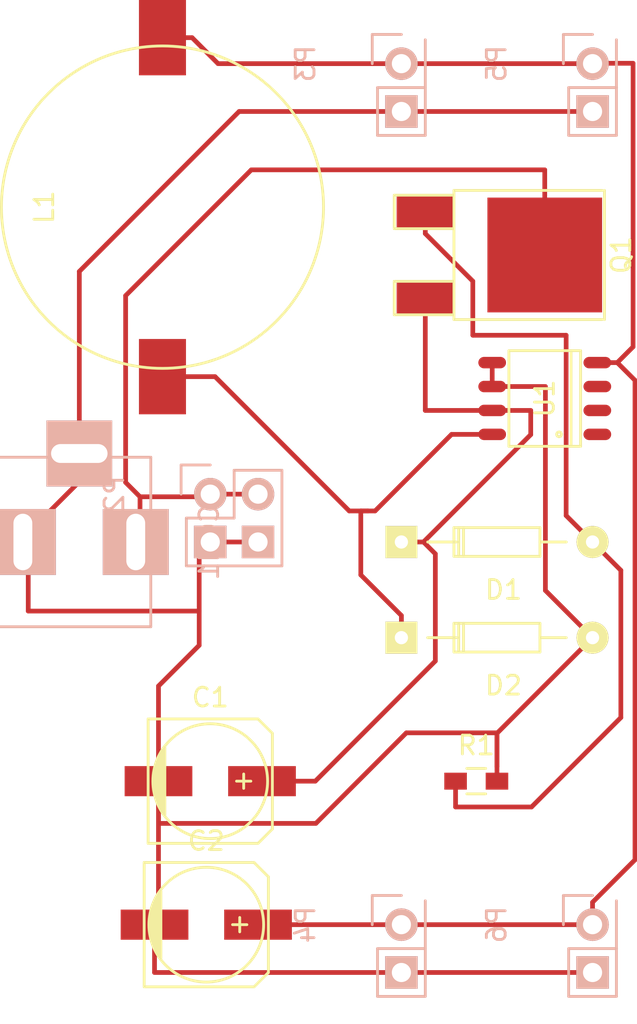
<source format=kicad_pcb>
(kicad_pcb (version 4) (host pcbnew 4.0.2+dfsg1-stable)

  (general
    (links 26)
    (no_connects 0)
    (area 81.124379 58.391666 121.960504 114.64)
    (thickness 1.6)
    (drawings 0)
    (tracks 108)
    (zones 0)
    (modules 14)
    (nets 10)
  )

  (page A4)
  (layers
    (0 F.Cu signal)
    (31 B.Cu signal hide)
    (32 B.Adhes user)
    (33 F.Adhes user)
    (34 B.Paste user)
    (35 F.Paste user)
    (36 B.SilkS user)
    (37 F.SilkS user)
    (38 B.Mask user)
    (39 F.Mask user)
    (40 Dwgs.User user)
    (41 Cmts.User user)
    (42 Eco1.User user)
    (43 Eco2.User user)
    (44 Edge.Cuts user)
    (45 Margin user)
    (46 B.CrtYd user)
    (47 F.CrtYd user)
    (48 B.Fab user)
    (49 F.Fab user)
  )

  (setup
    (last_trace_width 0.25)
    (trace_clearance 0.2)
    (zone_clearance 0.508)
    (zone_45_only no)
    (trace_min 0.2)
    (segment_width 0.2)
    (edge_width 0.15)
    (via_size 0.6)
    (via_drill 0.4)
    (via_min_size 0.4)
    (via_min_drill 0.3)
    (uvia_size 0.3)
    (uvia_drill 0.1)
    (uvias_allowed no)
    (uvia_min_size 0.2)
    (uvia_min_drill 0.1)
    (pcb_text_width 0.3)
    (pcb_text_size 1.5 1.5)
    (mod_edge_width 0.15)
    (mod_text_size 1 1)
    (mod_text_width 0.15)
    (pad_size 6.096 6.096)
    (pad_drill 0)
    (pad_to_mask_clearance 0.2)
    (aux_axis_origin 0 0)
    (visible_elements FFFFFF7F)
    (pcbplotparams
      (layerselection 0x00030_80000001)
      (usegerberextensions false)
      (excludeedgelayer true)
      (linewidth 0.100000)
      (plotframeref false)
      (viasonmask false)
      (mode 1)
      (useauxorigin false)
      (hpglpennumber 1)
      (hpglpenspeed 20)
      (hpglpendiameter 15)
      (hpglpenoverlay 2)
      (psnegative false)
      (psa4output false)
      (plotreference true)
      (plotvalue true)
      (plotinvisibletext false)
      (padsonsilk false)
      (subtractmaskfromsilk false)
      (outputformat 1)
      (mirror false)
      (drillshape 1)
      (scaleselection 1)
      (outputdirectory ""))
  )

  (net 0 "")
  (net 1 "Net-(C1-Pad1)")
  (net 2 GND)
  (net 3 "Net-(C2-Pad1)")
  (net 4 "Net-(D1-Pad2)")
  (net 5 "Net-(D2-Pad1)")
  (net 6 VCC)
  (net 7 "Net-(U1-Pad1)")
  (net 8 "Net-(U1-Pad2)")
  (net 9 "Net-(U1-Pad3)")

  (net_class Default "This is the default net class."
    (clearance 0.2)
    (trace_width 0.25)
    (via_dia 0.6)
    (via_drill 0.4)
    (uvia_dia 0.3)
    (uvia_drill 0.1)
    (add_net GND)
    (add_net "Net-(C1-Pad1)")
    (add_net "Net-(C2-Pad1)")
    (add_net "Net-(D1-Pad2)")
    (add_net "Net-(D2-Pad1)")
    (add_net "Net-(U1-Pad1)")
    (add_net "Net-(U1-Pad2)")
    (add_net "Net-(U1-Pad3)")
    (add_net VCC)
  )

  (module Capacitors_SMD:c_elec_6.3x5.3 (layer F.Cu) (tedit 55725E31) (tstamp 5AA1E130)
    (at 99.06 101.6)
    (descr "SMT capacitor, aluminium electrolytic, 6.3x5.3")
    (path /5AA2005A)
    (attr smd)
    (fp_text reference C1 (at 0 -4.445) (layer F.SilkS)
      (effects (font (size 1 1) (thickness 0.15)))
    )
    (fp_text value "100 µF" (at 0 4.445) (layer F.Fab)
      (effects (font (size 1 1) (thickness 0.15)))
    )
    (fp_line (start -4.85 -3.65) (end 4.85 -3.65) (layer F.CrtYd) (width 0.05))
    (fp_line (start 4.85 -3.65) (end 4.85 3.65) (layer F.CrtYd) (width 0.05))
    (fp_line (start 4.85 3.65) (end -4.85 3.65) (layer F.CrtYd) (width 0.05))
    (fp_line (start -4.85 3.65) (end -4.85 -3.65) (layer F.CrtYd) (width 0.05))
    (fp_line (start -2.921 -0.762) (end -2.921 0.762) (layer F.SilkS) (width 0.15))
    (fp_line (start -2.794 1.143) (end -2.794 -1.143) (layer F.SilkS) (width 0.15))
    (fp_line (start -2.667 -1.397) (end -2.667 1.397) (layer F.SilkS) (width 0.15))
    (fp_line (start -2.54 1.651) (end -2.54 -1.651) (layer F.SilkS) (width 0.15))
    (fp_line (start -2.413 -1.778) (end -2.413 1.778) (layer F.SilkS) (width 0.15))
    (fp_line (start -3.302 -3.302) (end -3.302 3.302) (layer F.SilkS) (width 0.15))
    (fp_line (start -3.302 3.302) (end 2.54 3.302) (layer F.SilkS) (width 0.15))
    (fp_line (start 2.54 3.302) (end 3.302 2.54) (layer F.SilkS) (width 0.15))
    (fp_line (start 3.302 2.54) (end 3.302 -2.54) (layer F.SilkS) (width 0.15))
    (fp_line (start 3.302 -2.54) (end 2.54 -3.302) (layer F.SilkS) (width 0.15))
    (fp_line (start 2.54 -3.302) (end -3.302 -3.302) (layer F.SilkS) (width 0.15))
    (fp_line (start 2.159 0) (end 1.397 0) (layer F.SilkS) (width 0.15))
    (fp_line (start 1.778 -0.381) (end 1.778 0.381) (layer F.SilkS) (width 0.15))
    (fp_circle (center 0 0) (end -3.048 0) (layer F.SilkS) (width 0.15))
    (pad 1 smd rect (at 2.75082 0) (size 3.59918 1.6002) (layers F.Cu F.Paste F.Mask)
      (net 1 "Net-(C1-Pad1)"))
    (pad 2 smd rect (at -2.75082 0) (size 3.59918 1.6002) (layers F.Cu F.Paste F.Mask)
      (net 2 GND))
    (model Capacitors_SMD.3dshapes/c_elec_6.3x5.3.wrl
      (at (xyz 0 0 0))
      (scale (xyz 1 1 1))
      (rotate (xyz 0 0 0))
    )
  )

  (module Capacitors_SMD:c_elec_6.3x5.3 (layer F.Cu) (tedit 55725E31) (tstamp 5AA1E148)
    (at 98.8492 109.22)
    (descr "SMT capacitor, aluminium electrolytic, 6.3x5.3")
    (path /5AA200EB)
    (attr smd)
    (fp_text reference C2 (at 0 -4.445) (layer F.SilkS)
      (effects (font (size 1 1) (thickness 0.15)))
    )
    (fp_text value "100 µF" (at 0 4.445) (layer F.Fab)
      (effects (font (size 1 1) (thickness 0.15)))
    )
    (fp_line (start -4.85 -3.65) (end 4.85 -3.65) (layer F.CrtYd) (width 0.05))
    (fp_line (start 4.85 -3.65) (end 4.85 3.65) (layer F.CrtYd) (width 0.05))
    (fp_line (start 4.85 3.65) (end -4.85 3.65) (layer F.CrtYd) (width 0.05))
    (fp_line (start -4.85 3.65) (end -4.85 -3.65) (layer F.CrtYd) (width 0.05))
    (fp_line (start -2.921 -0.762) (end -2.921 0.762) (layer F.SilkS) (width 0.15))
    (fp_line (start -2.794 1.143) (end -2.794 -1.143) (layer F.SilkS) (width 0.15))
    (fp_line (start -2.667 -1.397) (end -2.667 1.397) (layer F.SilkS) (width 0.15))
    (fp_line (start -2.54 1.651) (end -2.54 -1.651) (layer F.SilkS) (width 0.15))
    (fp_line (start -2.413 -1.778) (end -2.413 1.778) (layer F.SilkS) (width 0.15))
    (fp_line (start -3.302 -3.302) (end -3.302 3.302) (layer F.SilkS) (width 0.15))
    (fp_line (start -3.302 3.302) (end 2.54 3.302) (layer F.SilkS) (width 0.15))
    (fp_line (start 2.54 3.302) (end 3.302 2.54) (layer F.SilkS) (width 0.15))
    (fp_line (start 3.302 2.54) (end 3.302 -2.54) (layer F.SilkS) (width 0.15))
    (fp_line (start 3.302 -2.54) (end 2.54 -3.302) (layer F.SilkS) (width 0.15))
    (fp_line (start 2.54 -3.302) (end -3.302 -3.302) (layer F.SilkS) (width 0.15))
    (fp_line (start 2.159 0) (end 1.397 0) (layer F.SilkS) (width 0.15))
    (fp_line (start 1.778 -0.381) (end 1.778 0.381) (layer F.SilkS) (width 0.15))
    (fp_circle (center 0 0) (end -3.048 0) (layer F.SilkS) (width 0.15))
    (pad 1 smd rect (at 2.75082 0) (size 3.59918 1.6002) (layers F.Cu F.Paste F.Mask)
      (net 3 "Net-(C2-Pad1)"))
    (pad 2 smd rect (at -2.75082 0) (size 3.59918 1.6002) (layers F.Cu F.Paste F.Mask)
      (net 2 GND))
    (model Capacitors_SMD.3dshapes/c_elec_6.3x5.3.wrl
      (at (xyz 0 0 0))
      (scale (xyz 1 1 1))
      (rotate (xyz 0 0 0))
    )
  )

  (module Diodes_ThroughHole:Diode_DO-35_SOD27_Horizontal_RM10 (layer F.Cu) (tedit 552FFC30) (tstamp 5AA1E157)
    (at 109.219 88.9025)
    (descr "Diode, DO-35,  SOD27, Horizontal, RM 10mm")
    (tags "Diode, DO-35, SOD27, Horizontal, RM 10mm, 1N4148,")
    (path /5AA1A9A1)
    (fp_text reference D1 (at 5.43052 2.53746) (layer F.SilkS)
      (effects (font (size 1 1) (thickness 0.15)))
    )
    (fp_text value ZPD5.1 (at 4.41452 -3.55854) (layer F.Fab)
      (effects (font (size 1 1) (thickness 0.15)))
    )
    (fp_line (start 7.36652 -0.00254) (end 8.76352 -0.00254) (layer F.SilkS) (width 0.15))
    (fp_line (start 2.92152 -0.00254) (end 1.39752 -0.00254) (layer F.SilkS) (width 0.15))
    (fp_line (start 3.30252 -0.76454) (end 3.30252 0.75946) (layer F.SilkS) (width 0.15))
    (fp_line (start 3.04852 -0.76454) (end 3.04852 0.75946) (layer F.SilkS) (width 0.15))
    (fp_line (start 2.79452 -0.00254) (end 2.79452 0.75946) (layer F.SilkS) (width 0.15))
    (fp_line (start 2.79452 0.75946) (end 7.36652 0.75946) (layer F.SilkS) (width 0.15))
    (fp_line (start 7.36652 0.75946) (end 7.36652 -0.76454) (layer F.SilkS) (width 0.15))
    (fp_line (start 7.36652 -0.76454) (end 2.79452 -0.76454) (layer F.SilkS) (width 0.15))
    (fp_line (start 2.79452 -0.76454) (end 2.79452 -0.00254) (layer F.SilkS) (width 0.15))
    (pad 2 thru_hole circle (at 10.16052 -0.00254 180) (size 1.69926 1.69926) (drill 0.70104) (layers *.Cu *.Mask F.SilkS)
      (net 4 "Net-(D1-Pad2)"))
    (pad 1 thru_hole rect (at 0.00052 -0.00254 180) (size 1.69926 1.69926) (drill 0.70104) (layers *.Cu *.Mask F.SilkS)
      (net 1 "Net-(C1-Pad1)"))
    (model Diodes_ThroughHole.3dshapes/Diode_DO-35_SOD27_Horizontal_RM10.wrl
      (at (xyz 0.2 0 0))
      (scale (xyz 0.4 0.4 0.4))
      (rotate (xyz 0 0 180))
    )
  )

  (module Diodes_ThroughHole:Diode_DO-35_SOD27_Horizontal_RM10 (layer F.Cu) (tedit 552FFC30) (tstamp 5AA1E166)
    (at 109.219 93.9825)
    (descr "Diode, DO-35,  SOD27, Horizontal, RM 10mm")
    (tags "Diode, DO-35, SOD27, Horizontal, RM 10mm, 1N4148,")
    (path /5AA1A9EA)
    (fp_text reference D2 (at 5.43052 2.53746) (layer F.SilkS)
      (effects (font (size 1 1) (thickness 0.15)))
    )
    (fp_text value ZDP5.1 (at 4.41452 -3.55854) (layer F.Fab)
      (effects (font (size 1 1) (thickness 0.15)))
    )
    (fp_line (start 7.36652 -0.00254) (end 8.76352 -0.00254) (layer F.SilkS) (width 0.15))
    (fp_line (start 2.92152 -0.00254) (end 1.39752 -0.00254) (layer F.SilkS) (width 0.15))
    (fp_line (start 3.30252 -0.76454) (end 3.30252 0.75946) (layer F.SilkS) (width 0.15))
    (fp_line (start 3.04852 -0.76454) (end 3.04852 0.75946) (layer F.SilkS) (width 0.15))
    (fp_line (start 2.79452 -0.00254) (end 2.79452 0.75946) (layer F.SilkS) (width 0.15))
    (fp_line (start 2.79452 0.75946) (end 7.36652 0.75946) (layer F.SilkS) (width 0.15))
    (fp_line (start 7.36652 0.75946) (end 7.36652 -0.76454) (layer F.SilkS) (width 0.15))
    (fp_line (start 7.36652 -0.76454) (end 2.79452 -0.76454) (layer F.SilkS) (width 0.15))
    (fp_line (start 2.79452 -0.76454) (end 2.79452 -0.00254) (layer F.SilkS) (width 0.15))
    (pad 2 thru_hole circle (at 10.16052 -0.00254 180) (size 1.69926 1.69926) (drill 0.70104) (layers *.Cu *.Mask F.SilkS)
      (net 2 GND))
    (pad 1 thru_hole rect (at 0.00052 -0.00254 180) (size 1.69926 1.69926) (drill 0.70104) (layers *.Cu *.Mask F.SilkS)
      (net 5 "Net-(D2-Pad1)"))
    (model Diodes_ThroughHole.3dshapes/Diode_DO-35_SOD27_Horizontal_RM10.wrl
      (at (xyz 0.2 0 0))
      (scale (xyz 0.4 0.4 0.4))
      (rotate (xyz 0 0 180))
    )
  )

  (module footprints:Inductor18.4x15 (layer F.Cu) (tedit 5AA1CF0D) (tstamp 5AA1E16D)
    (at 96.52 71.12 270)
    (path /5AA1E400)
    (fp_text reference L1 (at 0 6.2865 270) (layer F.SilkS)
      (effects (font (size 1 1) (thickness 0.15)))
    )
    (fp_text value "110 µH" (at 0 -3.2385 270) (layer F.Fab)
      (effects (font (size 1 1) (thickness 0.15)))
    )
    (fp_circle (center 0 0) (end 1.397 -8.4455) (layer F.SilkS) (width 0.15))
    (pad 1 smd rect (at -9 0 270) (size 4 2.5) (layers F.Cu F.Paste F.Mask)
      (net 3 "Net-(C2-Pad1)"))
    (pad 2 smd rect (at 9 0 270) (size 4 2.5) (layers F.Cu F.Paste F.Mask)
      (net 5 "Net-(D2-Pad1)"))
  )

  (module Pin_Headers:Pin_Header_Straight_2x02 (layer B.Cu) (tedit 5AA1E337) (tstamp 5AA1E18F)
    (at 99.06 86.36 270)
    (descr "Through hole pin header")
    (tags "pin header")
    (path /5AA1AE06)
    (fp_text reference P2 (at 0 5.1 270) (layer B.SilkS)
      (effects (font (size 1 1) (thickness 0.15)) (justify mirror))
    )
    (fp_text value CONN_02X02 (at 0 3.1 270) (layer B.Fab)
      (effects (font (size 1 1) (thickness 0.15)) (justify mirror))
    )
    (fp_line (start -1.75 1.75) (end -1.75 -4.3) (layer B.CrtYd) (width 0.05))
    (fp_line (start 4.3 1.75) (end 4.3 -4.3) (layer B.CrtYd) (width 0.05))
    (fp_line (start -1.75 1.75) (end 4.3 1.75) (layer B.CrtYd) (width 0.05))
    (fp_line (start -1.75 -4.3) (end 4.3 -4.3) (layer B.CrtYd) (width 0.05))
    (fp_line (start -1.55 0) (end -1.55 1.55) (layer B.SilkS) (width 0.15))
    (fp_line (start 0 1.55) (end -1.55 1.55) (layer B.SilkS) (width 0.15))
    (fp_line (start -1.27 -1.27) (end 1.27 -1.27) (layer B.SilkS) (width 0.15))
    (fp_line (start 1.27 -1.27) (end 1.27 1.27) (layer B.SilkS) (width 0.15))
    (fp_line (start 1.27 1.27) (end 3.81 1.27) (layer B.SilkS) (width 0.15))
    (fp_line (start 3.81 1.27) (end 3.81 -3.81) (layer B.SilkS) (width 0.15))
    (fp_line (start 3.81 -3.81) (end -1.27 -3.81) (layer B.SilkS) (width 0.15))
    (fp_line (start -1.27 -3.81) (end -1.27 -1.27) (layer B.SilkS) (width 0.15))
    (pad 1 thru_hole circle (at 0 0 270) (size 1.7272 1.7272) (drill 1.016) (layers *.Cu *.Mask B.SilkS)
      (net 6 VCC))
    (pad 2 thru_hole rect (at 2.54 0 270) (size 1.7272 1.7272) (drill 1.016) (layers *.Cu *.Mask B.SilkS)
      (net 2 GND))
    (pad 3 thru_hole oval (at 0 -2.54 270) (size 1.7272 1.7272) (drill 1.016) (layers *.Cu *.Mask B.SilkS)
      (net 6 VCC))
    (pad 4 thru_hole rect (at 2.54 -2.54 270) (size 1.7272 1.7272) (drill 1.016) (layers *.Cu *.Mask B.SilkS)
      (net 2 GND))
    (model Pin_Headers.3dshapes/Pin_Header_Straight_2x02.wrl
      (at (xyz 0.05 -0.05 0))
      (scale (xyz 1 1 1))
      (rotate (xyz 0 0 90))
    )
  )

  (module Pin_Headers:Pin_Header_Straight_2x01 (layer B.Cu) (tedit 5AA1EB60) (tstamp 5AA1E1A0)
    (at 109.22 63.5 270)
    (descr "Through hole pin header")
    (tags "pin header")
    (path /5AA1AFB2)
    (fp_text reference P3 (at 0 5.1 270) (layer B.SilkS)
      (effects (font (size 1 1) (thickness 0.15)) (justify mirror))
    )
    (fp_text value CONN_02X01 (at 0 3.1 270) (layer B.Fab)
      (effects (font (size 1 1) (thickness 0.15)) (justify mirror))
    )
    (fp_line (start -1.75 1.75) (end -1.75 -1.75) (layer B.CrtYd) (width 0.05))
    (fp_line (start 4.3 1.75) (end 4.3 -1.75) (layer B.CrtYd) (width 0.05))
    (fp_line (start -1.75 1.75) (end 4.3 1.75) (layer B.CrtYd) (width 0.05))
    (fp_line (start -1.75 -1.75) (end 4.3 -1.75) (layer B.CrtYd) (width 0.05))
    (fp_line (start -1.55 0) (end -1.55 1.55) (layer B.SilkS) (width 0.15))
    (fp_line (start 0 1.55) (end -1.55 1.55) (layer B.SilkS) (width 0.15))
    (fp_line (start -1.27 -1.27) (end 1.27 -1.27) (layer B.SilkS) (width 0.15))
    (fp_line (start 3.81 1.27) (end 1.27 1.27) (layer B.SilkS) (width 0.15))
    (fp_line (start 1.27 1.27) (end 1.27 -1.27) (layer B.SilkS) (width 0.15))
    (fp_line (start 1.27 -1.27) (end 3.81 -1.27) (layer B.SilkS) (width 0.15))
    (fp_line (start 3.81 -1.27) (end 3.81 1.27) (layer B.SilkS) (width 0.15))
    (pad 1 thru_hole oval (at 0 0 270) (size 1.7272 1.7272) (drill 1.016) (layers *.Cu *.Mask B.SilkS)
      (net 3 "Net-(C2-Pad1)"))
    (pad 2 thru_hole rect (at 2.54 0 270) (size 1.7272 1.7272) (drill 1.016) (layers *.Cu *.Mask B.SilkS)
      (net 2 GND))
    (model Pin_Headers.3dshapes/Pin_Header_Straight_2x01.wrl
      (at (xyz 0.05 0 0))
      (scale (xyz 1 1 1))
      (rotate (xyz 0 0 90))
    )
  )

  (module Pin_Headers:Pin_Header_Straight_2x01 (layer B.Cu) (tedit 5AA1EB24) (tstamp 5AA1E1B1)
    (at 109.22 109.22 270)
    (descr "Through hole pin header")
    (tags "pin header")
    (path /5AA1AF73)
    (fp_text reference P4 (at 0 5.1 270) (layer B.SilkS)
      (effects (font (size 1 1) (thickness 0.15)) (justify mirror))
    )
    (fp_text value CONN_02X01 (at 0 3.1 270) (layer B.Fab)
      (effects (font (size 1 1) (thickness 0.15)) (justify mirror))
    )
    (fp_line (start -1.75 1.75) (end -1.75 -1.75) (layer B.CrtYd) (width 0.05))
    (fp_line (start 4.3 1.75) (end 4.3 -1.75) (layer B.CrtYd) (width 0.05))
    (fp_line (start -1.75 1.75) (end 4.3 1.75) (layer B.CrtYd) (width 0.05))
    (fp_line (start -1.75 -1.75) (end 4.3 -1.75) (layer B.CrtYd) (width 0.05))
    (fp_line (start -1.55 0) (end -1.55 1.55) (layer B.SilkS) (width 0.15))
    (fp_line (start 0 1.55) (end -1.55 1.55) (layer B.SilkS) (width 0.15))
    (fp_line (start -1.27 -1.27) (end 1.27 -1.27) (layer B.SilkS) (width 0.15))
    (fp_line (start 3.81 1.27) (end 1.27 1.27) (layer B.SilkS) (width 0.15))
    (fp_line (start 1.27 1.27) (end 1.27 -1.27) (layer B.SilkS) (width 0.15))
    (fp_line (start 1.27 -1.27) (end 3.81 -1.27) (layer B.SilkS) (width 0.15))
    (fp_line (start 3.81 -1.27) (end 3.81 1.27) (layer B.SilkS) (width 0.15))
    (pad 1 thru_hole circle (at 0 0 270) (size 1.7272 1.7272) (drill 1.016) (layers *.Cu *.Mask B.SilkS)
      (net 3 "Net-(C2-Pad1)"))
    (pad 2 thru_hole rect (at 2.54 0 270) (size 1.7272 1.7272) (drill 1.016) (layers *.Cu *.Mask B.SilkS)
      (net 2 GND))
    (model Pin_Headers.3dshapes/Pin_Header_Straight_2x01.wrl
      (at (xyz 0.05 0 0))
      (scale (xyz 1 1 1))
      (rotate (xyz 0 0 90))
    )
  )

  (module Pin_Headers:Pin_Header_Straight_2x01 (layer B.Cu) (tedit 5AA1EB64) (tstamp 5AA1E1C2)
    (at 119.38 63.5 270)
    (descr "Through hole pin header")
    (tags "pin header")
    (path /5AA1AF39)
    (fp_text reference P5 (at 0 5.1 270) (layer B.SilkS)
      (effects (font (size 1 1) (thickness 0.15)) (justify mirror))
    )
    (fp_text value CONN_02X01 (at 0 3.1 270) (layer B.Fab)
      (effects (font (size 1 1) (thickness 0.15)) (justify mirror))
    )
    (fp_line (start -1.75 1.75) (end -1.75 -1.75) (layer B.CrtYd) (width 0.05))
    (fp_line (start 4.3 1.75) (end 4.3 -1.75) (layer B.CrtYd) (width 0.05))
    (fp_line (start -1.75 1.75) (end 4.3 1.75) (layer B.CrtYd) (width 0.05))
    (fp_line (start -1.75 -1.75) (end 4.3 -1.75) (layer B.CrtYd) (width 0.05))
    (fp_line (start -1.55 0) (end -1.55 1.55) (layer B.SilkS) (width 0.15))
    (fp_line (start 0 1.55) (end -1.55 1.55) (layer B.SilkS) (width 0.15))
    (fp_line (start -1.27 -1.27) (end 1.27 -1.27) (layer B.SilkS) (width 0.15))
    (fp_line (start 3.81 1.27) (end 1.27 1.27) (layer B.SilkS) (width 0.15))
    (fp_line (start 1.27 1.27) (end 1.27 -1.27) (layer B.SilkS) (width 0.15))
    (fp_line (start 1.27 -1.27) (end 3.81 -1.27) (layer B.SilkS) (width 0.15))
    (fp_line (start 3.81 -1.27) (end 3.81 1.27) (layer B.SilkS) (width 0.15))
    (pad 1 thru_hole oval (at 0 0 270) (size 1.7272 1.7272) (drill 1.016) (layers *.Cu *.Mask B.SilkS)
      (net 3 "Net-(C2-Pad1)"))
    (pad 2 thru_hole rect (at 2.54 0 270) (size 1.7272 1.7272) (drill 1.016) (layers *.Cu *.Mask B.SilkS)
      (net 2 GND))
    (model Pin_Headers.3dshapes/Pin_Header_Straight_2x01.wrl
      (at (xyz 0.05 0 0))
      (scale (xyz 1 1 1))
      (rotate (xyz 0 0 90))
    )
  )

  (module Pin_Headers:Pin_Header_Straight_2x01 (layer B.Cu) (tedit 5AA1EB31) (tstamp 5AA1E1D3)
    (at 119.38 109.22 270)
    (descr "Through hole pin header")
    (tags "pin header")
    (path /5AA1AED9)
    (fp_text reference P6 (at 0 5.1 270) (layer B.SilkS)
      (effects (font (size 1 1) (thickness 0.15)) (justify mirror))
    )
    (fp_text value CONN_02X01 (at 0 3.1 270) (layer B.Fab)
      (effects (font (size 1 1) (thickness 0.15)) (justify mirror))
    )
    (fp_line (start -1.75 1.75) (end -1.75 -1.75) (layer B.CrtYd) (width 0.05))
    (fp_line (start 4.3 1.75) (end 4.3 -1.75) (layer B.CrtYd) (width 0.05))
    (fp_line (start -1.75 1.75) (end 4.3 1.75) (layer B.CrtYd) (width 0.05))
    (fp_line (start -1.75 -1.75) (end 4.3 -1.75) (layer B.CrtYd) (width 0.05))
    (fp_line (start -1.55 0) (end -1.55 1.55) (layer B.SilkS) (width 0.15))
    (fp_line (start 0 1.55) (end -1.55 1.55) (layer B.SilkS) (width 0.15))
    (fp_line (start -1.27 -1.27) (end 1.27 -1.27) (layer B.SilkS) (width 0.15))
    (fp_line (start 3.81 1.27) (end 1.27 1.27) (layer B.SilkS) (width 0.15))
    (fp_line (start 1.27 1.27) (end 1.27 -1.27) (layer B.SilkS) (width 0.15))
    (fp_line (start 1.27 -1.27) (end 3.81 -1.27) (layer B.SilkS) (width 0.15))
    (fp_line (start 3.81 -1.27) (end 3.81 1.27) (layer B.SilkS) (width 0.15))
    (pad 1 thru_hole oval (at 0 0 270) (size 1.7272 1.7272) (drill 1.016) (layers *.Cu *.Mask B.SilkS)
      (net 3 "Net-(C2-Pad1)"))
    (pad 2 thru_hole rect (at 2.54 0 270) (size 1.7272 1.7272) (drill 1.016) (layers *.Cu *.Mask B.SilkS)
      (net 2 GND))
    (model Pin_Headers.3dshapes/Pin_Header_Straight_2x01.wrl
      (at (xyz 0.05 0 0))
      (scale (xyz 1 1 1))
      (rotate (xyz 0 0 90))
    )
  )

  (module TO_SOT_Packages_SMD:TO-252-2Lead (layer F.Cu) (tedit 5AA8F845) (tstamp 5AA1E1E5)
    (at 110.49 73.66 270)
    (descr "DPAK / TO-252 2-lead smd package")
    (tags "dpak TO-252")
    (path /5AA1A8CA)
    (attr smd)
    (fp_text reference Q1 (at 0 -10.414 270) (layer F.SilkS)
      (effects (font (size 1 1) (thickness 0.15)))
    )
    (fp_text value FR5305 (at 0 -2.413 270) (layer F.Fab)
      (effects (font (size 1 1) (thickness 0.15)))
    )
    (fp_line (start 1.397 -1.524) (end 1.397 1.651) (layer F.SilkS) (width 0.15))
    (fp_line (start 1.397 1.651) (end 3.175 1.651) (layer F.SilkS) (width 0.15))
    (fp_line (start 3.175 1.651) (end 3.175 -1.524) (layer F.SilkS) (width 0.15))
    (fp_line (start -3.175 -1.524) (end -3.175 1.651) (layer F.SilkS) (width 0.15))
    (fp_line (start -3.175 1.651) (end -1.397 1.651) (layer F.SilkS) (width 0.15))
    (fp_line (start -1.397 1.651) (end -1.397 -1.524) (layer F.SilkS) (width 0.15))
    (fp_line (start 3.429 -7.62) (end 3.429 -1.524) (layer F.SilkS) (width 0.15))
    (fp_line (start 3.429 -1.524) (end -3.429 -1.524) (layer F.SilkS) (width 0.15))
    (fp_line (start -3.429 -1.524) (end -3.429 -9.398) (layer F.SilkS) (width 0.15))
    (fp_line (start -3.429 -9.525) (end 3.429 -9.525) (layer F.SilkS) (width 0.15))
    (fp_line (start 3.429 -9.398) (end 3.429 -7.62) (layer F.SilkS) (width 0.15))
    (pad G smd rect (at -2.286 0 270) (size 1.651 3.048) (layers F.Cu F.Paste F.Mask))
    (pad D smd rect (at 0 -6.35 270) (size 6.096 6.096) (layers F.Cu F.Paste F.Mask)
      (net 6 VCC))
    (pad S smd rect (at 2.286 0 270) (size 1.651 3.048) (layers F.Cu F.Paste F.Mask))
    (model TO_SOT_Packages_SMD.3dshapes/TO-252-2Lead.wrl
      (at (xyz 0 0 0))
      (scale (xyz 1 1 1))
      (rotate (xyz 0 0 0))
    )
  )

  (module Resistors_SMD:R_0603_HandSoldering (layer F.Cu) (tedit 5418A00F) (tstamp 5AA1E1F1)
    (at 113.2 101.6)
    (descr "Resistor SMD 0603, hand soldering")
    (tags "resistor 0603")
    (path /5AA1AA56)
    (attr smd)
    (fp_text reference R1 (at 0 -1.9) (layer F.SilkS)
      (effects (font (size 1 1) (thickness 0.15)))
    )
    (fp_text value 100k (at 0 1.9) (layer F.Fab)
      (effects (font (size 1 1) (thickness 0.15)))
    )
    (fp_line (start -2 -0.8) (end 2 -0.8) (layer F.CrtYd) (width 0.05))
    (fp_line (start -2 0.8) (end 2 0.8) (layer F.CrtYd) (width 0.05))
    (fp_line (start -2 -0.8) (end -2 0.8) (layer F.CrtYd) (width 0.05))
    (fp_line (start 2 -0.8) (end 2 0.8) (layer F.CrtYd) (width 0.05))
    (fp_line (start 0.5 0.675) (end -0.5 0.675) (layer F.SilkS) (width 0.15))
    (fp_line (start -0.5 -0.675) (end 0.5 -0.675) (layer F.SilkS) (width 0.15))
    (pad 1 smd rect (at -1.1 0) (size 1.2 0.9) (layers F.Cu F.Paste F.Mask)
      (net 4 "Net-(D1-Pad2)"))
    (pad 2 smd rect (at 1.1 0) (size 1.2 0.9) (layers F.Cu F.Paste F.Mask)
      (net 2 GND))
    (model Resistors_SMD.3dshapes/R_0603_HandSoldering.wrl
      (at (xyz 0 0 0))
      (scale (xyz 1 1 1))
      (rotate (xyz 0 0 0))
    )
  )

  (module Power_Integrations:SO-8 (layer F.Cu) (tedit 0) (tstamp 5AA1E203)
    (at 116.84 81.28 90)
    (descr "SO-8 Surface Mount Small Outline 150mil 8pin Package")
    (tags "Power Integrations D Package")
    (path /5AA1A538)
    (fp_text reference U1 (at 0 0 90) (layer F.SilkS)
      (effects (font (size 1 1) (thickness 0.15)))
    )
    (fp_text value CEAE2594M-5.0 (at 0 0 90) (layer F.Fab)
      (effects (font (size 1 1) (thickness 0.15)))
    )
    (fp_circle (center -1.905 0.762) (end -1.778 0.762) (layer F.SilkS) (width 0.15))
    (fp_line (start -2.54 1.397) (end 2.54 1.397) (layer F.SilkS) (width 0.15))
    (fp_line (start -2.54 -1.905) (end 2.54 -1.905) (layer F.SilkS) (width 0.15))
    (fp_line (start -2.54 1.905) (end 2.54 1.905) (layer F.SilkS) (width 0.15))
    (fp_line (start -2.54 1.905) (end -2.54 -1.905) (layer F.SilkS) (width 0.15))
    (fp_line (start 2.54 1.905) (end 2.54 -1.905) (layer F.SilkS) (width 0.15))
    (pad 1 smd oval (at -1.905 2.794 90) (size 0.6096 1.4732) (layers F.Cu F.Paste F.Mask)
      (net 7 "Net-(U1-Pad1)"))
    (pad 2 smd oval (at -0.635 2.794 90) (size 0.6096 1.4732) (layers F.Cu F.Paste F.Mask)
      (net 8 "Net-(U1-Pad2)"))
    (pad 3 smd oval (at 0.635 2.794 90) (size 0.6096 1.4732) (layers F.Cu F.Paste F.Mask)
      (net 9 "Net-(U1-Pad3)"))
    (pad 4 smd oval (at 1.905 2.794 90) (size 0.6096 1.4732) (layers F.Cu F.Paste F.Mask)
      (net 3 "Net-(C2-Pad1)"))
    (pad 5 smd oval (at 1.905 -2.794 90) (size 0.6096 1.4732) (layers F.Cu F.Paste F.Mask)
      (net 2 GND))
    (pad 6 smd oval (at 0.635 -2.794 90) (size 0.6096 1.4732) (layers F.Cu F.Paste F.Mask)
      (net 2 GND))
    (pad 7 smd oval (at -0.635 -2.794 90) (size 0.6096 1.4732) (layers F.Cu F.Paste F.Mask)
      (net 1 "Net-(C1-Pad1)"))
    (pad 8 smd oval (at -1.905 -2.794 90) (size 0.6096 1.4732) (layers F.Cu F.Paste F.Mask)
      (net 5 "Net-(D2-Pad1)"))
  )

  (module Connect:BARREL_JACK (layer B.Cu) (tedit 0) (tstamp 5AA7E807)
    (at 88.9 88.9)
    (descr "DC Barrel Jack")
    (tags "Power Jack")
    (path /5AA7E818)
    (fp_text reference CON1 (at 10.09904 0 270) (layer B.SilkS)
      (effects (font (size 1 1) (thickness 0.15)) (justify mirror))
    )
    (fp_text value BARREL_JACK (at 0 5.99948) (layer B.Fab)
      (effects (font (size 1 1) (thickness 0.15)) (justify mirror))
    )
    (fp_line (start -4.0005 4.50088) (end -4.0005 -4.50088) (layer B.SilkS) (width 0.15))
    (fp_line (start -7.50062 4.50088) (end -7.50062 -4.50088) (layer B.SilkS) (width 0.15))
    (fp_line (start -7.50062 -4.50088) (end 7.00024 -4.50088) (layer B.SilkS) (width 0.15))
    (fp_line (start 7.00024 -4.50088) (end 7.00024 4.50088) (layer B.SilkS) (width 0.15))
    (fp_line (start 7.00024 4.50088) (end -7.50062 4.50088) (layer B.SilkS) (width 0.15))
    (pad 1 thru_hole rect (at 6.20014 0) (size 3.50012 3.50012) (drill oval 1.00076 2.99974) (layers *.Cu *.Mask B.SilkS)
      (net 6 VCC))
    (pad 2 thru_hole rect (at 0.20066 0) (size 3.50012 3.50012) (drill oval 1.00076 2.99974) (layers *.Cu *.Mask B.SilkS)
      (net 2 GND))
    (pad 3 thru_hole rect (at 3.2004 -4.699) (size 3.50012 3.50012) (drill oval 2.99974 1.00076) (layers *.Cu *.Mask B.SilkS)
      (net 2 GND))
  )

  (segment (start 116.095 83.1991) (end 110.394 88.9) (width 0.25) (layer F.Cu) (net 1))
  (segment (start 116.095 81.915) (end 116.095 83.1991) (width 0.25) (layer F.Cu) (net 1))
  (segment (start 114.046 81.915) (end 116.095 81.915) (width 0.25) (layer F.Cu) (net 1))
  (segment (start 110.49 81.915) (end 110.49 75.946) (width 0.25) (layer F.Cu) (net 1))
  (segment (start 114.046 81.915) (end 110.49 81.915) (width 0.25) (layer F.Cu) (net 1))
  (segment (start 109.22 88.9) (end 110.394 88.9) (width 0.25) (layer F.Cu) (net 1))
  (segment (start 104.644 101.6) (end 101.811 101.6) (width 0.25) (layer F.Cu) (net 1))
  (segment (start 111.024 95.2201) (end 104.644 101.6) (width 0.25) (layer F.Cu) (net 1))
  (segment (start 111.024 89.5297) (end 111.024 95.2201) (width 0.25) (layer F.Cu) (net 1))
  (segment (start 110.394 88.9) (end 111.024 89.5297) (width 0.25) (layer F.Cu) (net 1))
  (segment (start 101.811 101.6) (end 101.8108 101.6) (width 0.25) (layer F.Cu) (net 1))
  (segment (start 109.2195 88.9) (end 109.22 88.9) (width 0.25) (layer F.Cu) (net 1))
  (segment (start 92.1004 84.201) (end 92.089253 84.201) (width 0.25) (layer F.Cu) (net 2))
  (segment (start 92.089253 84.201) (end 92.115961 84.227708) (width 0.25) (layer F.Cu) (net 2))
  (segment (start 92.115961 84.227708) (end 92.115961 85.68144) (width 0.25) (layer F.Cu) (net 2))
  (segment (start 92.115961 85.68144) (end 89.407466 88.389935) (width 0.25) (layer F.Cu) (net 2))
  (segment (start 89.407466 88.389935) (end 89.407466 88.9) (width 0.25) (layer F.Cu) (net 2))
  (segment (start 98.4715 92.5684) (end 89.385622 92.5684) (width 0.25) (layer F.Cu) (net 2))
  (segment (start 89.385622 92.5684) (end 89.385622 88.9) (width 0.25) (layer F.Cu) (net 2))
  (segment (start 96.3092 102.726) (end 96.3092 103.843) (width 0.25) (layer F.Cu) (net 2))
  (segment (start 109.22 111.76) (end 119.38 111.76) (width 0.25) (layer F.Cu) (net 2))
  (segment (start 99.06 88.9) (end 101.6 88.9) (width 0.25) (layer F.Cu) (net 2))
  (segment (start 114.046 80.645) (end 114.046 79.375) (width 0.25) (layer F.Cu) (net 2))
  (segment (start 119.38 66.04) (end 109.22 66.04) (width 0.25) (layer F.Cu) (net 2))
  (segment (start 114.3 101.6) (end 114.3 100.825) (width 0.25) (layer F.Cu) (net 2))
  (segment (start 96.3092 102.726) (end 96.3092 101.6) (width 0.25) (layer F.Cu) (net 2))
  (segment (start 96.3092 102.726) (end 96.3092 103.843) (width 0.25) (layer F.Cu) (net 2))
  (segment (start 114.3 99.0595) (end 114.3 100.825) (width 0.25) (layer F.Cu) (net 2))
  (segment (start 114.3 99.0345) (end 114.3 99.0595) (width 0.25) (layer F.Cu) (net 2))
  (segment (start 109.482 99.0345) (end 114.3 99.0345) (width 0.25) (layer F.Cu) (net 2))
  (segment (start 104.674 103.843) (end 109.482 99.0345) (width 0.25) (layer F.Cu) (net 2))
  (segment (start 96.3092 103.843) (end 104.674 103.843) (width 0.25) (layer F.Cu) (net 2))
  (segment (start 114.3 99.0595) (end 114.3 100.825) (width 0.25) (layer F.Cu) (net 2))
  (segment (start 96.0984 109.028) (end 96.0984 109.22) (width 0.25) (layer F.Cu) (net 2))
  (segment (start 96.3092 108.818) (end 96.0984 109.028) (width 0.25) (layer F.Cu) (net 2))
  (segment (start 96.3092 103.843) (end 96.3092 108.818) (width 0.25) (layer F.Cu) (net 2))
  (segment (start 96.0984 111.76) (end 109.22 111.76) (width 0.25) (layer F.Cu) (net 2))
  (segment (start 96.0984 109.22) (end 96.0984 111.76) (width 0.25) (layer F.Cu) (net 2))
  (segment (start 100.595 66.04) (end 109.22 66.04) (width 0.25) (layer F.Cu) (net 2))
  (segment (start 93.5422 73.0931) (end 100.595 66.04) (width 0.25) (layer F.Cu) (net 2))
  (segment (start 119.3795 93.98) (end 119.3797 93.9798) (width 0.25) (layer F.Cu) (net 2))
  (segment (start 116.874 91.4741) (end 119.3797 93.9798) (width 0.25) (layer F.Cu) (net 2))
  (segment (start 116.874 80.645) (end 116.874 91.4741) (width 0.25) (layer F.Cu) (net 2))
  (segment (start 114.046 80.645) (end 116.874 80.645) (width 0.25) (layer F.Cu) (net 2))
  (segment (start 119.38 93.98) (end 114.3 99.0595) (width 0.25) (layer F.Cu) (net 2))
  (segment (start 119.3797 93.9798) (end 119.38 93.98) (width 0.25) (layer F.Cu) (net 2))
  (segment (start 98.4715 94.3866) (end 98.4715 92.5684) (width 0.25) (layer F.Cu) (net 2))
  (segment (start 96.3092 96.5489) (end 98.4715 94.3866) (width 0.25) (layer F.Cu) (net 2))
  (segment (start 96.3092 101.6) (end 96.3092 96.5489) (width 0.25) (layer F.Cu) (net 2))
  (segment (start 98.4715 88.9) (end 99.06 88.9) (width 0.25) (layer F.Cu) (net 2))
  (segment (start 98.4715 92.5684) (end 98.4715 88.9) (width 0.25) (layer F.Cu) (net 2))
  (segment (start 92.1004 74.5349) (end 92.1004 84.201) (width 0.25) (layer F.Cu) (net 2))
  (segment (start 93.5422 73.0931) (end 92.1004 74.5349) (width 0.25) (layer F.Cu) (net 2))
  (segment (start 119.38 108.031) (end 119.38 109.22) (width 0.25) (layer F.Cu) (net 3))
  (segment (start 121.636 105.776) (end 119.38 108.031) (width 0.25) (layer F.Cu) (net 3))
  (segment (start 121.636 80.3146) (end 121.636 105.776) (width 0.25) (layer F.Cu) (net 3))
  (segment (start 120.696 79.375) (end 121.636 80.3146) (width 0.25) (layer F.Cu) (net 3))
  (segment (start 121.534 78.5368) (end 120.696 79.375) (width 0.25) (layer F.Cu) (net 3))
  (segment (start 121.534 63.4802) (end 121.534 78.5368) (width 0.25) (layer F.Cu) (net 3))
  (segment (start 119.963 63.4802) (end 121.534 63.4802) (width 0.25) (layer F.Cu) (net 3))
  (segment (start 119.38 64.0629) (end 119.963 63.4802) (width 0.25) (layer F.Cu) (net 3))
  (segment (start 119.342 63.5) (end 109.22 63.5) (width 0.25) (layer F.Cu) (net 3))
  (segment (start 119.38 63.5377) (end 119.342 63.5) (width 0.25) (layer F.Cu) (net 3))
  (segment (start 119.38 64.0629) (end 119.38 63.5377) (width 0.25) (layer F.Cu) (net 3))
  (segment (start 99.4753 63.5) (end 109.22 63.5) (width 0.25) (layer F.Cu) (net 3))
  (segment (start 98.0953 62.12) (end 99.4753 63.5) (width 0.25) (layer F.Cu) (net 3))
  (segment (start 96.52 62.12) (end 98.0953 62.12) (width 0.25) (layer F.Cu) (net 3))
  (segment (start 119.634 79.375) (end 120.696 79.375) (width 0.25) (layer F.Cu) (net 3))
  (segment (start 119.38 63.5) (end 119.38 64.0629) (width 0.25) (layer F.Cu) (net 3))
  (segment (start 101.6 109.22) (end 109.22 109.22) (width 0.25) (layer F.Cu) (net 3))
  (segment (start 109.22 109.22) (end 119.38 109.22) (width 0.25) (layer F.Cu) (net 3))
  (segment (start 120.885 90.4053) (end 119.4305 88.951) (width 0.25) (layer F.Cu) (net 4))
  (segment (start 120.885 98.223) (end 120.885 90.4053) (width 0.25) (layer F.Cu) (net 4))
  (segment (start 116.137 102.971) (end 120.885 98.223) (width 0.25) (layer F.Cu) (net 4))
  (segment (start 112.1 102.971) (end 116.137 102.971) (width 0.25) (layer F.Cu) (net 4))
  (segment (start 112.1 101.6) (end 112.1 102.971) (width 0.25) (layer F.Cu) (net 4))
  (segment (start 110.49 72.5248) (end 110.49 71.374) (width 0.25) (layer F.Cu) (net 4))
  (segment (start 113.016 75.0511) (end 110.49 72.5248) (width 0.25) (layer F.Cu) (net 4))
  (segment (start 113.016 77.9179) (end 113.016 75.0511) (width 0.25) (layer F.Cu) (net 4))
  (segment (start 113.021 77.9225) (end 113.016 77.9179) (width 0.25) (layer F.Cu) (net 4))
  (segment (start 117.976 77.9225) (end 113.021 77.9225) (width 0.25) (layer F.Cu) (net 4))
  (segment (start 117.976 87.4968) (end 117.976 77.9225) (width 0.25) (layer F.Cu) (net 4))
  (segment (start 119.4305 88.951) (end 117.976 87.4968) (width 0.25) (layer F.Cu) (net 4))
  (segment (start 119.3795 88.9) (end 119.4305 88.951) (width 0.25) (layer F.Cu) (net 4))
  (segment (start 107.446 87.2523) (end 107.063 87.2523) (width 0.25) (layer F.Cu) (net 5))
  (segment (start 107.821 87.2523) (end 107.446 87.2523) (width 0.25) (layer F.Cu) (net 5))
  (segment (start 111.888 83.185) (end 107.821 87.2523) (width 0.25) (layer F.Cu) (net 5))
  (segment (start 114.046 83.185) (end 111.888 83.185) (width 0.25) (layer F.Cu) (net 5))
  (segment (start 106.448 87.2523) (end 107.063 87.2523) (width 0.25) (layer F.Cu) (net 5))
  (segment (start 99.3156 80.12) (end 106.448 87.2523) (width 0.25) (layer F.Cu) (net 5))
  (segment (start 96.52 80.12) (end 99.3156 80.12) (width 0.25) (layer F.Cu) (net 5))
  (segment (start 107.063 87.2523) (end 107.446 87.2523) (width 0.25) (layer F.Cu) (net 5))
  (segment (start 109.22 92.8051) (end 109.22 93.3925) (width 0.25) (layer F.Cu) (net 5))
  (segment (start 107.063 90.6486) (end 109.22 92.8051) (width 0.25) (layer F.Cu) (net 5))
  (segment (start 107.063 87.2523) (end 107.063 90.6486) (width 0.25) (layer F.Cu) (net 5))
  (segment (start 109.22 93.3925) (end 109.22 93.98) (width 0.25) (layer F.Cu) (net 5))
  (segment (start 109.2195 93.393) (end 109.2195 93.98) (width 0.25) (layer F.Cu) (net 5))
  (segment (start 109.22 93.3925) (end 109.2195 93.393) (width 0.25) (layer F.Cu) (net 5))
  (segment (start 116.84 73.66) (end 116.84 69.139662) (width 0.25) (layer F.Cu) (net 6))
  (segment (start 116.84 69.139662) (end 101.241521 69.139662) (width 0.25) (layer F.Cu) (net 6))
  (segment (start 101.241521 69.139662) (end 94.562413 75.81877) (width 0.25) (layer F.Cu) (net 6))
  (segment (start 94.562413 75.81877) (end 94.562413 85.735574) (width 0.25) (layer F.Cu) (net 6))
  (segment (start 94.562413 85.735574) (end 95.326839 86.5) (width 0.25) (layer F.Cu) (net 6))
  (segment (start 99.06 86.36) (end 98.92 86.5) (width 0.25) (layer F.Cu) (net 6))
  (segment (start 98.92 86.5) (end 95.326839 86.5) (width 0.25) (layer F.Cu) (net 6))
  (segment (start 95.326839 86.5) (end 95.326839 88.9) (width 0.25) (layer F.Cu) (net 6))
  (segment (start 95.326839 88.9) (end 95.1001 88.9) (width 0.25) (layer F.Cu) (net 6))
  (segment (start 99.06 86.36) (end 101.6 86.36) (width 0.25) (layer F.Cu) (net 6))

)

</source>
